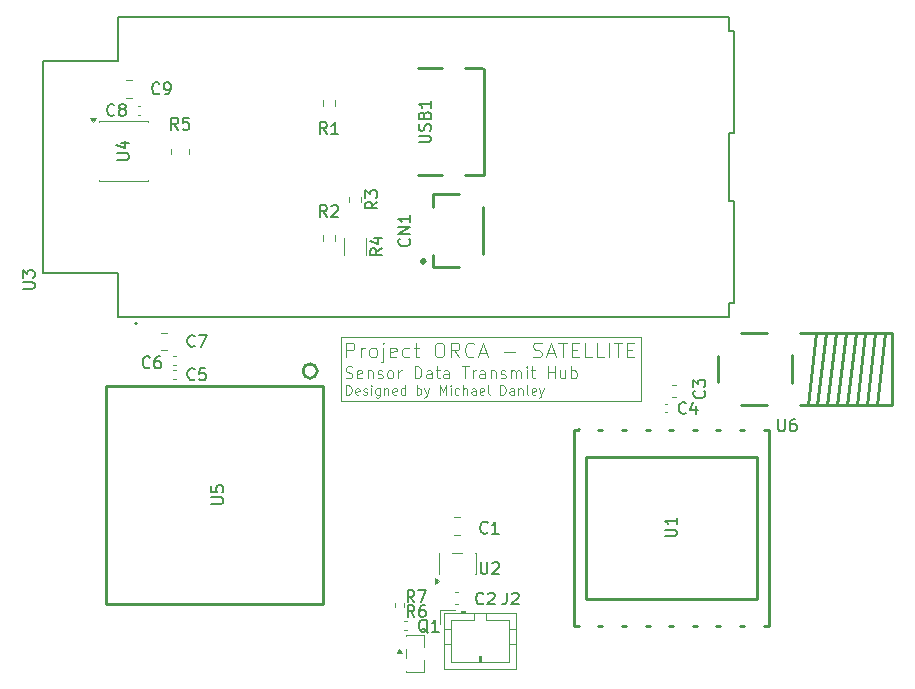
<source format=gbr>
%TF.GenerationSoftware,KiCad,Pcbnew,9.0.7*%
%TF.CreationDate,2026-02-14T09:58:14-05:00*%
%TF.ProjectId,satellite-board,73617465-6c6c-4697-9465-2d626f617264,rev?*%
%TF.SameCoordinates,Original*%
%TF.FileFunction,Legend,Top*%
%TF.FilePolarity,Positive*%
%FSLAX46Y46*%
G04 Gerber Fmt 4.6, Leading zero omitted, Abs format (unit mm)*
G04 Created by KiCad (PCBNEW 9.0.7) date 2026-02-14 09:58:14*
%MOMM*%
%LPD*%
G01*
G04 APERTURE LIST*
%ADD10C,0.100000*%
%ADD11C,0.125000*%
%ADD12C,0.150000*%
%ADD13C,0.120000*%
%ADD14C,0.254000*%
%ADD15C,0.127000*%
%ADD16C,0.200000*%
%ADD17C,0.300000*%
G04 APERTURE END LIST*
D10*
X176256265Y-75696895D02*
X176256265Y-74896895D01*
X176256265Y-74896895D02*
X176446741Y-74896895D01*
X176446741Y-74896895D02*
X176561027Y-74934990D01*
X176561027Y-74934990D02*
X176637217Y-75011180D01*
X176637217Y-75011180D02*
X176675312Y-75087371D01*
X176675312Y-75087371D02*
X176713408Y-75239752D01*
X176713408Y-75239752D02*
X176713408Y-75354038D01*
X176713408Y-75354038D02*
X176675312Y-75506419D01*
X176675312Y-75506419D02*
X176637217Y-75582609D01*
X176637217Y-75582609D02*
X176561027Y-75658800D01*
X176561027Y-75658800D02*
X176446741Y-75696895D01*
X176446741Y-75696895D02*
X176256265Y-75696895D01*
X177361027Y-75658800D02*
X177284836Y-75696895D01*
X177284836Y-75696895D02*
X177132455Y-75696895D01*
X177132455Y-75696895D02*
X177056265Y-75658800D01*
X177056265Y-75658800D02*
X177018169Y-75582609D01*
X177018169Y-75582609D02*
X177018169Y-75277847D01*
X177018169Y-75277847D02*
X177056265Y-75201657D01*
X177056265Y-75201657D02*
X177132455Y-75163561D01*
X177132455Y-75163561D02*
X177284836Y-75163561D01*
X177284836Y-75163561D02*
X177361027Y-75201657D01*
X177361027Y-75201657D02*
X177399122Y-75277847D01*
X177399122Y-75277847D02*
X177399122Y-75354038D01*
X177399122Y-75354038D02*
X177018169Y-75430228D01*
X177703883Y-75658800D02*
X177780074Y-75696895D01*
X177780074Y-75696895D02*
X177932455Y-75696895D01*
X177932455Y-75696895D02*
X178008645Y-75658800D01*
X178008645Y-75658800D02*
X178046741Y-75582609D01*
X178046741Y-75582609D02*
X178046741Y-75544514D01*
X178046741Y-75544514D02*
X178008645Y-75468323D01*
X178008645Y-75468323D02*
X177932455Y-75430228D01*
X177932455Y-75430228D02*
X177818169Y-75430228D01*
X177818169Y-75430228D02*
X177741979Y-75392133D01*
X177741979Y-75392133D02*
X177703883Y-75315942D01*
X177703883Y-75315942D02*
X177703883Y-75277847D01*
X177703883Y-75277847D02*
X177741979Y-75201657D01*
X177741979Y-75201657D02*
X177818169Y-75163561D01*
X177818169Y-75163561D02*
X177932455Y-75163561D01*
X177932455Y-75163561D02*
X178008645Y-75201657D01*
X178389598Y-75696895D02*
X178389598Y-75163561D01*
X178389598Y-74896895D02*
X178351502Y-74934990D01*
X178351502Y-74934990D02*
X178389598Y-74973085D01*
X178389598Y-74973085D02*
X178427693Y-74934990D01*
X178427693Y-74934990D02*
X178389598Y-74896895D01*
X178389598Y-74896895D02*
X178389598Y-74973085D01*
X179113407Y-75163561D02*
X179113407Y-75811180D01*
X179113407Y-75811180D02*
X179075312Y-75887371D01*
X179075312Y-75887371D02*
X179037216Y-75925466D01*
X179037216Y-75925466D02*
X178961026Y-75963561D01*
X178961026Y-75963561D02*
X178846740Y-75963561D01*
X178846740Y-75963561D02*
X178770550Y-75925466D01*
X179113407Y-75658800D02*
X179037216Y-75696895D01*
X179037216Y-75696895D02*
X178884835Y-75696895D01*
X178884835Y-75696895D02*
X178808645Y-75658800D01*
X178808645Y-75658800D02*
X178770550Y-75620704D01*
X178770550Y-75620704D02*
X178732454Y-75544514D01*
X178732454Y-75544514D02*
X178732454Y-75315942D01*
X178732454Y-75315942D02*
X178770550Y-75239752D01*
X178770550Y-75239752D02*
X178808645Y-75201657D01*
X178808645Y-75201657D02*
X178884835Y-75163561D01*
X178884835Y-75163561D02*
X179037216Y-75163561D01*
X179037216Y-75163561D02*
X179113407Y-75201657D01*
X179494360Y-75163561D02*
X179494360Y-75696895D01*
X179494360Y-75239752D02*
X179532455Y-75201657D01*
X179532455Y-75201657D02*
X179608645Y-75163561D01*
X179608645Y-75163561D02*
X179722931Y-75163561D01*
X179722931Y-75163561D02*
X179799122Y-75201657D01*
X179799122Y-75201657D02*
X179837217Y-75277847D01*
X179837217Y-75277847D02*
X179837217Y-75696895D01*
X180522932Y-75658800D02*
X180446741Y-75696895D01*
X180446741Y-75696895D02*
X180294360Y-75696895D01*
X180294360Y-75696895D02*
X180218170Y-75658800D01*
X180218170Y-75658800D02*
X180180074Y-75582609D01*
X180180074Y-75582609D02*
X180180074Y-75277847D01*
X180180074Y-75277847D02*
X180218170Y-75201657D01*
X180218170Y-75201657D02*
X180294360Y-75163561D01*
X180294360Y-75163561D02*
X180446741Y-75163561D01*
X180446741Y-75163561D02*
X180522932Y-75201657D01*
X180522932Y-75201657D02*
X180561027Y-75277847D01*
X180561027Y-75277847D02*
X180561027Y-75354038D01*
X180561027Y-75354038D02*
X180180074Y-75430228D01*
X181246741Y-75696895D02*
X181246741Y-74896895D01*
X181246741Y-75658800D02*
X181170550Y-75696895D01*
X181170550Y-75696895D02*
X181018169Y-75696895D01*
X181018169Y-75696895D02*
X180941979Y-75658800D01*
X180941979Y-75658800D02*
X180903884Y-75620704D01*
X180903884Y-75620704D02*
X180865788Y-75544514D01*
X180865788Y-75544514D02*
X180865788Y-75315942D01*
X180865788Y-75315942D02*
X180903884Y-75239752D01*
X180903884Y-75239752D02*
X180941979Y-75201657D01*
X180941979Y-75201657D02*
X181018169Y-75163561D01*
X181018169Y-75163561D02*
X181170550Y-75163561D01*
X181170550Y-75163561D02*
X181246741Y-75201657D01*
X182237218Y-75696895D02*
X182237218Y-74896895D01*
X182237218Y-75201657D02*
X182313408Y-75163561D01*
X182313408Y-75163561D02*
X182465789Y-75163561D01*
X182465789Y-75163561D02*
X182541980Y-75201657D01*
X182541980Y-75201657D02*
X182580075Y-75239752D01*
X182580075Y-75239752D02*
X182618170Y-75315942D01*
X182618170Y-75315942D02*
X182618170Y-75544514D01*
X182618170Y-75544514D02*
X182580075Y-75620704D01*
X182580075Y-75620704D02*
X182541980Y-75658800D01*
X182541980Y-75658800D02*
X182465789Y-75696895D01*
X182465789Y-75696895D02*
X182313408Y-75696895D01*
X182313408Y-75696895D02*
X182237218Y-75658800D01*
X182884837Y-75163561D02*
X183075313Y-75696895D01*
X183265790Y-75163561D02*
X183075313Y-75696895D01*
X183075313Y-75696895D02*
X182999123Y-75887371D01*
X182999123Y-75887371D02*
X182961028Y-75925466D01*
X182961028Y-75925466D02*
X182884837Y-75963561D01*
X184180076Y-75696895D02*
X184180076Y-74896895D01*
X184180076Y-74896895D02*
X184446742Y-75468323D01*
X184446742Y-75468323D02*
X184713409Y-74896895D01*
X184713409Y-74896895D02*
X184713409Y-75696895D01*
X185094362Y-75696895D02*
X185094362Y-75163561D01*
X185094362Y-74896895D02*
X185056266Y-74934990D01*
X185056266Y-74934990D02*
X185094362Y-74973085D01*
X185094362Y-74973085D02*
X185132457Y-74934990D01*
X185132457Y-74934990D02*
X185094362Y-74896895D01*
X185094362Y-74896895D02*
X185094362Y-74973085D01*
X185818171Y-75658800D02*
X185741980Y-75696895D01*
X185741980Y-75696895D02*
X185589599Y-75696895D01*
X185589599Y-75696895D02*
X185513409Y-75658800D01*
X185513409Y-75658800D02*
X185475314Y-75620704D01*
X185475314Y-75620704D02*
X185437218Y-75544514D01*
X185437218Y-75544514D02*
X185437218Y-75315942D01*
X185437218Y-75315942D02*
X185475314Y-75239752D01*
X185475314Y-75239752D02*
X185513409Y-75201657D01*
X185513409Y-75201657D02*
X185589599Y-75163561D01*
X185589599Y-75163561D02*
X185741980Y-75163561D01*
X185741980Y-75163561D02*
X185818171Y-75201657D01*
X186161028Y-75696895D02*
X186161028Y-74896895D01*
X186503885Y-75696895D02*
X186503885Y-75277847D01*
X186503885Y-75277847D02*
X186465790Y-75201657D01*
X186465790Y-75201657D02*
X186389599Y-75163561D01*
X186389599Y-75163561D02*
X186275313Y-75163561D01*
X186275313Y-75163561D02*
X186199123Y-75201657D01*
X186199123Y-75201657D02*
X186161028Y-75239752D01*
X187227695Y-75696895D02*
X187227695Y-75277847D01*
X187227695Y-75277847D02*
X187189600Y-75201657D01*
X187189600Y-75201657D02*
X187113409Y-75163561D01*
X187113409Y-75163561D02*
X186961028Y-75163561D01*
X186961028Y-75163561D02*
X186884838Y-75201657D01*
X187227695Y-75658800D02*
X187151504Y-75696895D01*
X187151504Y-75696895D02*
X186961028Y-75696895D01*
X186961028Y-75696895D02*
X186884838Y-75658800D01*
X186884838Y-75658800D02*
X186846742Y-75582609D01*
X186846742Y-75582609D02*
X186846742Y-75506419D01*
X186846742Y-75506419D02*
X186884838Y-75430228D01*
X186884838Y-75430228D02*
X186961028Y-75392133D01*
X186961028Y-75392133D02*
X187151504Y-75392133D01*
X187151504Y-75392133D02*
X187227695Y-75354038D01*
X187913410Y-75658800D02*
X187837219Y-75696895D01*
X187837219Y-75696895D02*
X187684838Y-75696895D01*
X187684838Y-75696895D02*
X187608648Y-75658800D01*
X187608648Y-75658800D02*
X187570552Y-75582609D01*
X187570552Y-75582609D02*
X187570552Y-75277847D01*
X187570552Y-75277847D02*
X187608648Y-75201657D01*
X187608648Y-75201657D02*
X187684838Y-75163561D01*
X187684838Y-75163561D02*
X187837219Y-75163561D01*
X187837219Y-75163561D02*
X187913410Y-75201657D01*
X187913410Y-75201657D02*
X187951505Y-75277847D01*
X187951505Y-75277847D02*
X187951505Y-75354038D01*
X187951505Y-75354038D02*
X187570552Y-75430228D01*
X188408647Y-75696895D02*
X188332457Y-75658800D01*
X188332457Y-75658800D02*
X188294362Y-75582609D01*
X188294362Y-75582609D02*
X188294362Y-74896895D01*
X189322934Y-75696895D02*
X189322934Y-74896895D01*
X189322934Y-74896895D02*
X189513410Y-74896895D01*
X189513410Y-74896895D02*
X189627696Y-74934990D01*
X189627696Y-74934990D02*
X189703886Y-75011180D01*
X189703886Y-75011180D02*
X189741981Y-75087371D01*
X189741981Y-75087371D02*
X189780077Y-75239752D01*
X189780077Y-75239752D02*
X189780077Y-75354038D01*
X189780077Y-75354038D02*
X189741981Y-75506419D01*
X189741981Y-75506419D02*
X189703886Y-75582609D01*
X189703886Y-75582609D02*
X189627696Y-75658800D01*
X189627696Y-75658800D02*
X189513410Y-75696895D01*
X189513410Y-75696895D02*
X189322934Y-75696895D01*
X190465791Y-75696895D02*
X190465791Y-75277847D01*
X190465791Y-75277847D02*
X190427696Y-75201657D01*
X190427696Y-75201657D02*
X190351505Y-75163561D01*
X190351505Y-75163561D02*
X190199124Y-75163561D01*
X190199124Y-75163561D02*
X190122934Y-75201657D01*
X190465791Y-75658800D02*
X190389600Y-75696895D01*
X190389600Y-75696895D02*
X190199124Y-75696895D01*
X190199124Y-75696895D02*
X190122934Y-75658800D01*
X190122934Y-75658800D02*
X190084838Y-75582609D01*
X190084838Y-75582609D02*
X190084838Y-75506419D01*
X190084838Y-75506419D02*
X190122934Y-75430228D01*
X190122934Y-75430228D02*
X190199124Y-75392133D01*
X190199124Y-75392133D02*
X190389600Y-75392133D01*
X190389600Y-75392133D02*
X190465791Y-75354038D01*
X190846744Y-75163561D02*
X190846744Y-75696895D01*
X190846744Y-75239752D02*
X190884839Y-75201657D01*
X190884839Y-75201657D02*
X190961029Y-75163561D01*
X190961029Y-75163561D02*
X191075315Y-75163561D01*
X191075315Y-75163561D02*
X191151506Y-75201657D01*
X191151506Y-75201657D02*
X191189601Y-75277847D01*
X191189601Y-75277847D02*
X191189601Y-75696895D01*
X191684839Y-75696895D02*
X191608649Y-75658800D01*
X191608649Y-75658800D02*
X191570554Y-75582609D01*
X191570554Y-75582609D02*
X191570554Y-74896895D01*
X192294364Y-75658800D02*
X192218173Y-75696895D01*
X192218173Y-75696895D02*
X192065792Y-75696895D01*
X192065792Y-75696895D02*
X191989602Y-75658800D01*
X191989602Y-75658800D02*
X191951506Y-75582609D01*
X191951506Y-75582609D02*
X191951506Y-75277847D01*
X191951506Y-75277847D02*
X191989602Y-75201657D01*
X191989602Y-75201657D02*
X192065792Y-75163561D01*
X192065792Y-75163561D02*
X192218173Y-75163561D01*
X192218173Y-75163561D02*
X192294364Y-75201657D01*
X192294364Y-75201657D02*
X192332459Y-75277847D01*
X192332459Y-75277847D02*
X192332459Y-75354038D01*
X192332459Y-75354038D02*
X191951506Y-75430228D01*
X192599125Y-75163561D02*
X192789601Y-75696895D01*
X192980078Y-75163561D02*
X192789601Y-75696895D01*
X192789601Y-75696895D02*
X192713411Y-75887371D01*
X192713411Y-75887371D02*
X192675316Y-75925466D01*
X192675316Y-75925466D02*
X192599125Y-75963561D01*
D11*
X176248318Y-72530977D02*
X176248318Y-71280977D01*
X176248318Y-71280977D02*
X176724508Y-71280977D01*
X176724508Y-71280977D02*
X176843556Y-71340501D01*
X176843556Y-71340501D02*
X176903079Y-71400025D01*
X176903079Y-71400025D02*
X176962603Y-71519073D01*
X176962603Y-71519073D02*
X176962603Y-71697644D01*
X176962603Y-71697644D02*
X176903079Y-71816692D01*
X176903079Y-71816692D02*
X176843556Y-71876215D01*
X176843556Y-71876215D02*
X176724508Y-71935739D01*
X176724508Y-71935739D02*
X176248318Y-71935739D01*
X177498318Y-72530977D02*
X177498318Y-71697644D01*
X177498318Y-71935739D02*
X177557841Y-71816692D01*
X177557841Y-71816692D02*
X177617365Y-71757168D01*
X177617365Y-71757168D02*
X177736413Y-71697644D01*
X177736413Y-71697644D02*
X177855460Y-71697644D01*
X178450699Y-72530977D02*
X178331651Y-72471454D01*
X178331651Y-72471454D02*
X178272128Y-72411930D01*
X178272128Y-72411930D02*
X178212604Y-72292882D01*
X178212604Y-72292882D02*
X178212604Y-71935739D01*
X178212604Y-71935739D02*
X178272128Y-71816692D01*
X178272128Y-71816692D02*
X178331651Y-71757168D01*
X178331651Y-71757168D02*
X178450699Y-71697644D01*
X178450699Y-71697644D02*
X178629270Y-71697644D01*
X178629270Y-71697644D02*
X178748318Y-71757168D01*
X178748318Y-71757168D02*
X178807842Y-71816692D01*
X178807842Y-71816692D02*
X178867366Y-71935739D01*
X178867366Y-71935739D02*
X178867366Y-72292882D01*
X178867366Y-72292882D02*
X178807842Y-72411930D01*
X178807842Y-72411930D02*
X178748318Y-72471454D01*
X178748318Y-72471454D02*
X178629270Y-72530977D01*
X178629270Y-72530977D02*
X178450699Y-72530977D01*
X179403080Y-71697644D02*
X179403080Y-72769073D01*
X179403080Y-72769073D02*
X179343556Y-72888120D01*
X179343556Y-72888120D02*
X179224508Y-72947644D01*
X179224508Y-72947644D02*
X179164984Y-72947644D01*
X179403080Y-71280977D02*
X179343556Y-71340501D01*
X179343556Y-71340501D02*
X179403080Y-71400025D01*
X179403080Y-71400025D02*
X179462603Y-71340501D01*
X179462603Y-71340501D02*
X179403080Y-71280977D01*
X179403080Y-71280977D02*
X179403080Y-71400025D01*
X180474508Y-72471454D02*
X180355460Y-72530977D01*
X180355460Y-72530977D02*
X180117365Y-72530977D01*
X180117365Y-72530977D02*
X179998318Y-72471454D01*
X179998318Y-72471454D02*
X179938794Y-72352406D01*
X179938794Y-72352406D02*
X179938794Y-71876215D01*
X179938794Y-71876215D02*
X179998318Y-71757168D01*
X179998318Y-71757168D02*
X180117365Y-71697644D01*
X180117365Y-71697644D02*
X180355460Y-71697644D01*
X180355460Y-71697644D02*
X180474508Y-71757168D01*
X180474508Y-71757168D02*
X180534032Y-71876215D01*
X180534032Y-71876215D02*
X180534032Y-71995263D01*
X180534032Y-71995263D02*
X179938794Y-72114311D01*
X181605461Y-72471454D02*
X181486413Y-72530977D01*
X181486413Y-72530977D02*
X181248318Y-72530977D01*
X181248318Y-72530977D02*
X181129270Y-72471454D01*
X181129270Y-72471454D02*
X181069747Y-72411930D01*
X181069747Y-72411930D02*
X181010223Y-72292882D01*
X181010223Y-72292882D02*
X181010223Y-71935739D01*
X181010223Y-71935739D02*
X181069747Y-71816692D01*
X181069747Y-71816692D02*
X181129270Y-71757168D01*
X181129270Y-71757168D02*
X181248318Y-71697644D01*
X181248318Y-71697644D02*
X181486413Y-71697644D01*
X181486413Y-71697644D02*
X181605461Y-71757168D01*
X181962604Y-71697644D02*
X182438795Y-71697644D01*
X182141176Y-71280977D02*
X182141176Y-72352406D01*
X182141176Y-72352406D02*
X182200699Y-72471454D01*
X182200699Y-72471454D02*
X182319747Y-72530977D01*
X182319747Y-72530977D02*
X182438795Y-72530977D01*
X184045938Y-71280977D02*
X184284033Y-71280977D01*
X184284033Y-71280977D02*
X184403081Y-71340501D01*
X184403081Y-71340501D02*
X184522128Y-71459549D01*
X184522128Y-71459549D02*
X184581652Y-71697644D01*
X184581652Y-71697644D02*
X184581652Y-72114311D01*
X184581652Y-72114311D02*
X184522128Y-72352406D01*
X184522128Y-72352406D02*
X184403081Y-72471454D01*
X184403081Y-72471454D02*
X184284033Y-72530977D01*
X184284033Y-72530977D02*
X184045938Y-72530977D01*
X184045938Y-72530977D02*
X183926890Y-72471454D01*
X183926890Y-72471454D02*
X183807843Y-72352406D01*
X183807843Y-72352406D02*
X183748319Y-72114311D01*
X183748319Y-72114311D02*
X183748319Y-71697644D01*
X183748319Y-71697644D02*
X183807843Y-71459549D01*
X183807843Y-71459549D02*
X183926890Y-71340501D01*
X183926890Y-71340501D02*
X184045938Y-71280977D01*
X185831652Y-72530977D02*
X185414986Y-71935739D01*
X185117367Y-72530977D02*
X185117367Y-71280977D01*
X185117367Y-71280977D02*
X185593557Y-71280977D01*
X185593557Y-71280977D02*
X185712605Y-71340501D01*
X185712605Y-71340501D02*
X185772128Y-71400025D01*
X185772128Y-71400025D02*
X185831652Y-71519073D01*
X185831652Y-71519073D02*
X185831652Y-71697644D01*
X185831652Y-71697644D02*
X185772128Y-71816692D01*
X185772128Y-71816692D02*
X185712605Y-71876215D01*
X185712605Y-71876215D02*
X185593557Y-71935739D01*
X185593557Y-71935739D02*
X185117367Y-71935739D01*
X187081652Y-72411930D02*
X187022128Y-72471454D01*
X187022128Y-72471454D02*
X186843557Y-72530977D01*
X186843557Y-72530977D02*
X186724509Y-72530977D01*
X186724509Y-72530977D02*
X186545938Y-72471454D01*
X186545938Y-72471454D02*
X186426890Y-72352406D01*
X186426890Y-72352406D02*
X186367367Y-72233358D01*
X186367367Y-72233358D02*
X186307843Y-71995263D01*
X186307843Y-71995263D02*
X186307843Y-71816692D01*
X186307843Y-71816692D02*
X186367367Y-71578596D01*
X186367367Y-71578596D02*
X186426890Y-71459549D01*
X186426890Y-71459549D02*
X186545938Y-71340501D01*
X186545938Y-71340501D02*
X186724509Y-71280977D01*
X186724509Y-71280977D02*
X186843557Y-71280977D01*
X186843557Y-71280977D02*
X187022128Y-71340501D01*
X187022128Y-71340501D02*
X187081652Y-71400025D01*
X187557843Y-72173834D02*
X188153081Y-72173834D01*
X187438795Y-72530977D02*
X187855462Y-71280977D01*
X187855462Y-71280977D02*
X188272128Y-72530977D01*
X189641177Y-72054787D02*
X190593558Y-72054787D01*
X192081653Y-72471454D02*
X192260224Y-72530977D01*
X192260224Y-72530977D02*
X192557843Y-72530977D01*
X192557843Y-72530977D02*
X192676891Y-72471454D01*
X192676891Y-72471454D02*
X192736415Y-72411930D01*
X192736415Y-72411930D02*
X192795938Y-72292882D01*
X192795938Y-72292882D02*
X192795938Y-72173834D01*
X192795938Y-72173834D02*
X192736415Y-72054787D01*
X192736415Y-72054787D02*
X192676891Y-71995263D01*
X192676891Y-71995263D02*
X192557843Y-71935739D01*
X192557843Y-71935739D02*
X192319748Y-71876215D01*
X192319748Y-71876215D02*
X192200700Y-71816692D01*
X192200700Y-71816692D02*
X192141177Y-71757168D01*
X192141177Y-71757168D02*
X192081653Y-71638120D01*
X192081653Y-71638120D02*
X192081653Y-71519073D01*
X192081653Y-71519073D02*
X192141177Y-71400025D01*
X192141177Y-71400025D02*
X192200700Y-71340501D01*
X192200700Y-71340501D02*
X192319748Y-71280977D01*
X192319748Y-71280977D02*
X192617367Y-71280977D01*
X192617367Y-71280977D02*
X192795938Y-71340501D01*
X193272129Y-72173834D02*
X193867367Y-72173834D01*
X193153081Y-72530977D02*
X193569748Y-71280977D01*
X193569748Y-71280977D02*
X193986414Y-72530977D01*
X194224510Y-71280977D02*
X194938796Y-71280977D01*
X194581653Y-72530977D02*
X194581653Y-71280977D01*
X195355463Y-71876215D02*
X195772129Y-71876215D01*
X195950701Y-72530977D02*
X195355463Y-72530977D01*
X195355463Y-72530977D02*
X195355463Y-71280977D01*
X195355463Y-71280977D02*
X195950701Y-71280977D01*
X197081653Y-72530977D02*
X196486415Y-72530977D01*
X196486415Y-72530977D02*
X196486415Y-71280977D01*
X198093558Y-72530977D02*
X197498320Y-72530977D01*
X197498320Y-72530977D02*
X197498320Y-71280977D01*
X198510225Y-72530977D02*
X198510225Y-71280977D01*
X198926891Y-71280977D02*
X199641177Y-71280977D01*
X199284034Y-72530977D02*
X199284034Y-71280977D01*
X200057844Y-71876215D02*
X200474510Y-71876215D01*
X200653082Y-72530977D02*
X200057844Y-72530977D01*
X200057844Y-72530977D02*
X200057844Y-71280977D01*
X200057844Y-71280977D02*
X200653082Y-71280977D01*
D10*
X176206669Y-74257213D02*
X176349526Y-74304832D01*
X176349526Y-74304832D02*
X176587621Y-74304832D01*
X176587621Y-74304832D02*
X176682859Y-74257213D01*
X176682859Y-74257213D02*
X176730478Y-74209593D01*
X176730478Y-74209593D02*
X176778097Y-74114355D01*
X176778097Y-74114355D02*
X176778097Y-74019117D01*
X176778097Y-74019117D02*
X176730478Y-73923879D01*
X176730478Y-73923879D02*
X176682859Y-73876260D01*
X176682859Y-73876260D02*
X176587621Y-73828641D01*
X176587621Y-73828641D02*
X176397145Y-73781022D01*
X176397145Y-73781022D02*
X176301907Y-73733403D01*
X176301907Y-73733403D02*
X176254288Y-73685784D01*
X176254288Y-73685784D02*
X176206669Y-73590546D01*
X176206669Y-73590546D02*
X176206669Y-73495308D01*
X176206669Y-73495308D02*
X176254288Y-73400070D01*
X176254288Y-73400070D02*
X176301907Y-73352451D01*
X176301907Y-73352451D02*
X176397145Y-73304832D01*
X176397145Y-73304832D02*
X176635240Y-73304832D01*
X176635240Y-73304832D02*
X176778097Y-73352451D01*
X177587621Y-74257213D02*
X177492383Y-74304832D01*
X177492383Y-74304832D02*
X177301907Y-74304832D01*
X177301907Y-74304832D02*
X177206669Y-74257213D01*
X177206669Y-74257213D02*
X177159050Y-74161974D01*
X177159050Y-74161974D02*
X177159050Y-73781022D01*
X177159050Y-73781022D02*
X177206669Y-73685784D01*
X177206669Y-73685784D02*
X177301907Y-73638165D01*
X177301907Y-73638165D02*
X177492383Y-73638165D01*
X177492383Y-73638165D02*
X177587621Y-73685784D01*
X177587621Y-73685784D02*
X177635240Y-73781022D01*
X177635240Y-73781022D02*
X177635240Y-73876260D01*
X177635240Y-73876260D02*
X177159050Y-73971498D01*
X178063812Y-73638165D02*
X178063812Y-74304832D01*
X178063812Y-73733403D02*
X178111431Y-73685784D01*
X178111431Y-73685784D02*
X178206669Y-73638165D01*
X178206669Y-73638165D02*
X178349526Y-73638165D01*
X178349526Y-73638165D02*
X178444764Y-73685784D01*
X178444764Y-73685784D02*
X178492383Y-73781022D01*
X178492383Y-73781022D02*
X178492383Y-74304832D01*
X178920955Y-74257213D02*
X179016193Y-74304832D01*
X179016193Y-74304832D02*
X179206669Y-74304832D01*
X179206669Y-74304832D02*
X179301907Y-74257213D01*
X179301907Y-74257213D02*
X179349526Y-74161974D01*
X179349526Y-74161974D02*
X179349526Y-74114355D01*
X179349526Y-74114355D02*
X179301907Y-74019117D01*
X179301907Y-74019117D02*
X179206669Y-73971498D01*
X179206669Y-73971498D02*
X179063812Y-73971498D01*
X179063812Y-73971498D02*
X178968574Y-73923879D01*
X178968574Y-73923879D02*
X178920955Y-73828641D01*
X178920955Y-73828641D02*
X178920955Y-73781022D01*
X178920955Y-73781022D02*
X178968574Y-73685784D01*
X178968574Y-73685784D02*
X179063812Y-73638165D01*
X179063812Y-73638165D02*
X179206669Y-73638165D01*
X179206669Y-73638165D02*
X179301907Y-73685784D01*
X179920955Y-74304832D02*
X179825717Y-74257213D01*
X179825717Y-74257213D02*
X179778098Y-74209593D01*
X179778098Y-74209593D02*
X179730479Y-74114355D01*
X179730479Y-74114355D02*
X179730479Y-73828641D01*
X179730479Y-73828641D02*
X179778098Y-73733403D01*
X179778098Y-73733403D02*
X179825717Y-73685784D01*
X179825717Y-73685784D02*
X179920955Y-73638165D01*
X179920955Y-73638165D02*
X180063812Y-73638165D01*
X180063812Y-73638165D02*
X180159050Y-73685784D01*
X180159050Y-73685784D02*
X180206669Y-73733403D01*
X180206669Y-73733403D02*
X180254288Y-73828641D01*
X180254288Y-73828641D02*
X180254288Y-74114355D01*
X180254288Y-74114355D02*
X180206669Y-74209593D01*
X180206669Y-74209593D02*
X180159050Y-74257213D01*
X180159050Y-74257213D02*
X180063812Y-74304832D01*
X180063812Y-74304832D02*
X179920955Y-74304832D01*
X180682860Y-74304832D02*
X180682860Y-73638165D01*
X180682860Y-73828641D02*
X180730479Y-73733403D01*
X180730479Y-73733403D02*
X180778098Y-73685784D01*
X180778098Y-73685784D02*
X180873336Y-73638165D01*
X180873336Y-73638165D02*
X180968574Y-73638165D01*
X182063813Y-74304832D02*
X182063813Y-73304832D01*
X182063813Y-73304832D02*
X182301908Y-73304832D01*
X182301908Y-73304832D02*
X182444765Y-73352451D01*
X182444765Y-73352451D02*
X182540003Y-73447689D01*
X182540003Y-73447689D02*
X182587622Y-73542927D01*
X182587622Y-73542927D02*
X182635241Y-73733403D01*
X182635241Y-73733403D02*
X182635241Y-73876260D01*
X182635241Y-73876260D02*
X182587622Y-74066736D01*
X182587622Y-74066736D02*
X182540003Y-74161974D01*
X182540003Y-74161974D02*
X182444765Y-74257213D01*
X182444765Y-74257213D02*
X182301908Y-74304832D01*
X182301908Y-74304832D02*
X182063813Y-74304832D01*
X183492384Y-74304832D02*
X183492384Y-73781022D01*
X183492384Y-73781022D02*
X183444765Y-73685784D01*
X183444765Y-73685784D02*
X183349527Y-73638165D01*
X183349527Y-73638165D02*
X183159051Y-73638165D01*
X183159051Y-73638165D02*
X183063813Y-73685784D01*
X183492384Y-74257213D02*
X183397146Y-74304832D01*
X183397146Y-74304832D02*
X183159051Y-74304832D01*
X183159051Y-74304832D02*
X183063813Y-74257213D01*
X183063813Y-74257213D02*
X183016194Y-74161974D01*
X183016194Y-74161974D02*
X183016194Y-74066736D01*
X183016194Y-74066736D02*
X183063813Y-73971498D01*
X183063813Y-73971498D02*
X183159051Y-73923879D01*
X183159051Y-73923879D02*
X183397146Y-73923879D01*
X183397146Y-73923879D02*
X183492384Y-73876260D01*
X183825718Y-73638165D02*
X184206670Y-73638165D01*
X183968575Y-73304832D02*
X183968575Y-74161974D01*
X183968575Y-74161974D02*
X184016194Y-74257213D01*
X184016194Y-74257213D02*
X184111432Y-74304832D01*
X184111432Y-74304832D02*
X184206670Y-74304832D01*
X184968575Y-74304832D02*
X184968575Y-73781022D01*
X184968575Y-73781022D02*
X184920956Y-73685784D01*
X184920956Y-73685784D02*
X184825718Y-73638165D01*
X184825718Y-73638165D02*
X184635242Y-73638165D01*
X184635242Y-73638165D02*
X184540004Y-73685784D01*
X184968575Y-74257213D02*
X184873337Y-74304832D01*
X184873337Y-74304832D02*
X184635242Y-74304832D01*
X184635242Y-74304832D02*
X184540004Y-74257213D01*
X184540004Y-74257213D02*
X184492385Y-74161974D01*
X184492385Y-74161974D02*
X184492385Y-74066736D01*
X184492385Y-74066736D02*
X184540004Y-73971498D01*
X184540004Y-73971498D02*
X184635242Y-73923879D01*
X184635242Y-73923879D02*
X184873337Y-73923879D01*
X184873337Y-73923879D02*
X184968575Y-73876260D01*
X186063814Y-73304832D02*
X186635242Y-73304832D01*
X186349528Y-74304832D02*
X186349528Y-73304832D01*
X186968576Y-74304832D02*
X186968576Y-73638165D01*
X186968576Y-73828641D02*
X187016195Y-73733403D01*
X187016195Y-73733403D02*
X187063814Y-73685784D01*
X187063814Y-73685784D02*
X187159052Y-73638165D01*
X187159052Y-73638165D02*
X187254290Y-73638165D01*
X188016195Y-74304832D02*
X188016195Y-73781022D01*
X188016195Y-73781022D02*
X187968576Y-73685784D01*
X187968576Y-73685784D02*
X187873338Y-73638165D01*
X187873338Y-73638165D02*
X187682862Y-73638165D01*
X187682862Y-73638165D02*
X187587624Y-73685784D01*
X188016195Y-74257213D02*
X187920957Y-74304832D01*
X187920957Y-74304832D02*
X187682862Y-74304832D01*
X187682862Y-74304832D02*
X187587624Y-74257213D01*
X187587624Y-74257213D02*
X187540005Y-74161974D01*
X187540005Y-74161974D02*
X187540005Y-74066736D01*
X187540005Y-74066736D02*
X187587624Y-73971498D01*
X187587624Y-73971498D02*
X187682862Y-73923879D01*
X187682862Y-73923879D02*
X187920957Y-73923879D01*
X187920957Y-73923879D02*
X188016195Y-73876260D01*
X188492386Y-73638165D02*
X188492386Y-74304832D01*
X188492386Y-73733403D02*
X188540005Y-73685784D01*
X188540005Y-73685784D02*
X188635243Y-73638165D01*
X188635243Y-73638165D02*
X188778100Y-73638165D01*
X188778100Y-73638165D02*
X188873338Y-73685784D01*
X188873338Y-73685784D02*
X188920957Y-73781022D01*
X188920957Y-73781022D02*
X188920957Y-74304832D01*
X189349529Y-74257213D02*
X189444767Y-74304832D01*
X189444767Y-74304832D02*
X189635243Y-74304832D01*
X189635243Y-74304832D02*
X189730481Y-74257213D01*
X189730481Y-74257213D02*
X189778100Y-74161974D01*
X189778100Y-74161974D02*
X189778100Y-74114355D01*
X189778100Y-74114355D02*
X189730481Y-74019117D01*
X189730481Y-74019117D02*
X189635243Y-73971498D01*
X189635243Y-73971498D02*
X189492386Y-73971498D01*
X189492386Y-73971498D02*
X189397148Y-73923879D01*
X189397148Y-73923879D02*
X189349529Y-73828641D01*
X189349529Y-73828641D02*
X189349529Y-73781022D01*
X189349529Y-73781022D02*
X189397148Y-73685784D01*
X189397148Y-73685784D02*
X189492386Y-73638165D01*
X189492386Y-73638165D02*
X189635243Y-73638165D01*
X189635243Y-73638165D02*
X189730481Y-73685784D01*
X190206672Y-74304832D02*
X190206672Y-73638165D01*
X190206672Y-73733403D02*
X190254291Y-73685784D01*
X190254291Y-73685784D02*
X190349529Y-73638165D01*
X190349529Y-73638165D02*
X190492386Y-73638165D01*
X190492386Y-73638165D02*
X190587624Y-73685784D01*
X190587624Y-73685784D02*
X190635243Y-73781022D01*
X190635243Y-73781022D02*
X190635243Y-74304832D01*
X190635243Y-73781022D02*
X190682862Y-73685784D01*
X190682862Y-73685784D02*
X190778100Y-73638165D01*
X190778100Y-73638165D02*
X190920957Y-73638165D01*
X190920957Y-73638165D02*
X191016196Y-73685784D01*
X191016196Y-73685784D02*
X191063815Y-73781022D01*
X191063815Y-73781022D02*
X191063815Y-74304832D01*
X191540005Y-74304832D02*
X191540005Y-73638165D01*
X191540005Y-73304832D02*
X191492386Y-73352451D01*
X191492386Y-73352451D02*
X191540005Y-73400070D01*
X191540005Y-73400070D02*
X191587624Y-73352451D01*
X191587624Y-73352451D02*
X191540005Y-73304832D01*
X191540005Y-73304832D02*
X191540005Y-73400070D01*
X191873338Y-73638165D02*
X192254290Y-73638165D01*
X192016195Y-73304832D02*
X192016195Y-74161974D01*
X192016195Y-74161974D02*
X192063814Y-74257213D01*
X192063814Y-74257213D02*
X192159052Y-74304832D01*
X192159052Y-74304832D02*
X192254290Y-74304832D01*
X193349529Y-74304832D02*
X193349529Y-73304832D01*
X193349529Y-73781022D02*
X193920957Y-73781022D01*
X193920957Y-74304832D02*
X193920957Y-73304832D01*
X194825719Y-73638165D02*
X194825719Y-74304832D01*
X194397148Y-73638165D02*
X194397148Y-74161974D01*
X194397148Y-74161974D02*
X194444767Y-74257213D01*
X194444767Y-74257213D02*
X194540005Y-74304832D01*
X194540005Y-74304832D02*
X194682862Y-74304832D01*
X194682862Y-74304832D02*
X194778100Y-74257213D01*
X194778100Y-74257213D02*
X194825719Y-74209593D01*
X195301910Y-74304832D02*
X195301910Y-73304832D01*
X195301910Y-73685784D02*
X195397148Y-73638165D01*
X195397148Y-73638165D02*
X195587624Y-73638165D01*
X195587624Y-73638165D02*
X195682862Y-73685784D01*
X195682862Y-73685784D02*
X195730481Y-73733403D01*
X195730481Y-73733403D02*
X195778100Y-73828641D01*
X195778100Y-73828641D02*
X195778100Y-74114355D01*
X195778100Y-74114355D02*
X195730481Y-74209593D01*
X195730481Y-74209593D02*
X195682862Y-74257213D01*
X195682862Y-74257213D02*
X195587624Y-74304832D01*
X195587624Y-74304832D02*
X195397148Y-74304832D01*
X195397148Y-74304832D02*
X195301910Y-74257213D01*
X175800000Y-70800000D02*
X201200000Y-70800000D01*
X201200000Y-76200000D01*
X175800000Y-76200000D01*
X175800000Y-70800000D01*
D12*
X179284819Y-63304166D02*
X178808628Y-63637499D01*
X179284819Y-63875594D02*
X178284819Y-63875594D01*
X178284819Y-63875594D02*
X178284819Y-63494642D01*
X178284819Y-63494642D02*
X178332438Y-63399404D01*
X178332438Y-63399404D02*
X178380057Y-63351785D01*
X178380057Y-63351785D02*
X178475295Y-63304166D01*
X178475295Y-63304166D02*
X178618152Y-63304166D01*
X178618152Y-63304166D02*
X178713390Y-63351785D01*
X178713390Y-63351785D02*
X178761009Y-63399404D01*
X178761009Y-63399404D02*
X178808628Y-63494642D01*
X178808628Y-63494642D02*
X178808628Y-63875594D01*
X178618152Y-62447023D02*
X179284819Y-62447023D01*
X178237200Y-62685118D02*
X178951485Y-62923213D01*
X178951485Y-62923213D02*
X178951485Y-62304166D01*
X187638095Y-89854819D02*
X187638095Y-90664342D01*
X187638095Y-90664342D02*
X187685714Y-90759580D01*
X187685714Y-90759580D02*
X187733333Y-90807200D01*
X187733333Y-90807200D02*
X187828571Y-90854819D01*
X187828571Y-90854819D02*
X188019047Y-90854819D01*
X188019047Y-90854819D02*
X188114285Y-90807200D01*
X188114285Y-90807200D02*
X188161904Y-90759580D01*
X188161904Y-90759580D02*
X188209523Y-90664342D01*
X188209523Y-90664342D02*
X188209523Y-89854819D01*
X188638095Y-89950057D02*
X188685714Y-89902438D01*
X188685714Y-89902438D02*
X188780952Y-89854819D01*
X188780952Y-89854819D02*
X189019047Y-89854819D01*
X189019047Y-89854819D02*
X189114285Y-89902438D01*
X189114285Y-89902438D02*
X189161904Y-89950057D01*
X189161904Y-89950057D02*
X189209523Y-90045295D01*
X189209523Y-90045295D02*
X189209523Y-90140533D01*
X189209523Y-90140533D02*
X189161904Y-90283390D01*
X189161904Y-90283390D02*
X188590476Y-90854819D01*
X188590476Y-90854819D02*
X189209523Y-90854819D01*
X164854819Y-84949404D02*
X165664342Y-84949404D01*
X165664342Y-84949404D02*
X165759580Y-84901785D01*
X165759580Y-84901785D02*
X165807200Y-84854166D01*
X165807200Y-84854166D02*
X165854819Y-84758928D01*
X165854819Y-84758928D02*
X165854819Y-84568452D01*
X165854819Y-84568452D02*
X165807200Y-84473214D01*
X165807200Y-84473214D02*
X165759580Y-84425595D01*
X165759580Y-84425595D02*
X165664342Y-84377976D01*
X165664342Y-84377976D02*
X164854819Y-84377976D01*
X164854819Y-83425595D02*
X164854819Y-83901785D01*
X164854819Y-83901785D02*
X165331009Y-83949404D01*
X165331009Y-83949404D02*
X165283390Y-83901785D01*
X165283390Y-83901785D02*
X165235771Y-83806547D01*
X165235771Y-83806547D02*
X165235771Y-83568452D01*
X165235771Y-83568452D02*
X165283390Y-83473214D01*
X165283390Y-83473214D02*
X165331009Y-83425595D01*
X165331009Y-83425595D02*
X165426247Y-83377976D01*
X165426247Y-83377976D02*
X165664342Y-83377976D01*
X165664342Y-83377976D02*
X165759580Y-83425595D01*
X165759580Y-83425595D02*
X165807200Y-83473214D01*
X165807200Y-83473214D02*
X165854819Y-83568452D01*
X165854819Y-83568452D02*
X165854819Y-83806547D01*
X165854819Y-83806547D02*
X165807200Y-83901785D01*
X165807200Y-83901785D02*
X165759580Y-83949404D01*
X156633333Y-51984580D02*
X156585714Y-52032200D01*
X156585714Y-52032200D02*
X156442857Y-52079819D01*
X156442857Y-52079819D02*
X156347619Y-52079819D01*
X156347619Y-52079819D02*
X156204762Y-52032200D01*
X156204762Y-52032200D02*
X156109524Y-51936961D01*
X156109524Y-51936961D02*
X156061905Y-51841723D01*
X156061905Y-51841723D02*
X156014286Y-51651247D01*
X156014286Y-51651247D02*
X156014286Y-51508390D01*
X156014286Y-51508390D02*
X156061905Y-51317914D01*
X156061905Y-51317914D02*
X156109524Y-51222676D01*
X156109524Y-51222676D02*
X156204762Y-51127438D01*
X156204762Y-51127438D02*
X156347619Y-51079819D01*
X156347619Y-51079819D02*
X156442857Y-51079819D01*
X156442857Y-51079819D02*
X156585714Y-51127438D01*
X156585714Y-51127438D02*
X156633333Y-51175057D01*
X157204762Y-51508390D02*
X157109524Y-51460771D01*
X157109524Y-51460771D02*
X157061905Y-51413152D01*
X157061905Y-51413152D02*
X157014286Y-51317914D01*
X157014286Y-51317914D02*
X157014286Y-51270295D01*
X157014286Y-51270295D02*
X157061905Y-51175057D01*
X157061905Y-51175057D02*
X157109524Y-51127438D01*
X157109524Y-51127438D02*
X157204762Y-51079819D01*
X157204762Y-51079819D02*
X157395238Y-51079819D01*
X157395238Y-51079819D02*
X157490476Y-51127438D01*
X157490476Y-51127438D02*
X157538095Y-51175057D01*
X157538095Y-51175057D02*
X157585714Y-51270295D01*
X157585714Y-51270295D02*
X157585714Y-51317914D01*
X157585714Y-51317914D02*
X157538095Y-51413152D01*
X157538095Y-51413152D02*
X157490476Y-51460771D01*
X157490476Y-51460771D02*
X157395238Y-51508390D01*
X157395238Y-51508390D02*
X157204762Y-51508390D01*
X157204762Y-51508390D02*
X157109524Y-51556009D01*
X157109524Y-51556009D02*
X157061905Y-51603628D01*
X157061905Y-51603628D02*
X157014286Y-51698866D01*
X157014286Y-51698866D02*
X157014286Y-51889342D01*
X157014286Y-51889342D02*
X157061905Y-51984580D01*
X157061905Y-51984580D02*
X157109524Y-52032200D01*
X157109524Y-52032200D02*
X157204762Y-52079819D01*
X157204762Y-52079819D02*
X157395238Y-52079819D01*
X157395238Y-52079819D02*
X157490476Y-52032200D01*
X157490476Y-52032200D02*
X157538095Y-51984580D01*
X157538095Y-51984580D02*
X157585714Y-51889342D01*
X157585714Y-51889342D02*
X157585714Y-51698866D01*
X157585714Y-51698866D02*
X157538095Y-51603628D01*
X157538095Y-51603628D02*
X157490476Y-51556009D01*
X157490476Y-51556009D02*
X157395238Y-51508390D01*
X148869819Y-66736904D02*
X149679342Y-66736904D01*
X149679342Y-66736904D02*
X149774580Y-66689285D01*
X149774580Y-66689285D02*
X149822200Y-66641666D01*
X149822200Y-66641666D02*
X149869819Y-66546428D01*
X149869819Y-66546428D02*
X149869819Y-66355952D01*
X149869819Y-66355952D02*
X149822200Y-66260714D01*
X149822200Y-66260714D02*
X149774580Y-66213095D01*
X149774580Y-66213095D02*
X149679342Y-66165476D01*
X149679342Y-66165476D02*
X148869819Y-66165476D01*
X148869819Y-65784523D02*
X148869819Y-65165476D01*
X148869819Y-65165476D02*
X149250771Y-65498809D01*
X149250771Y-65498809D02*
X149250771Y-65355952D01*
X149250771Y-65355952D02*
X149298390Y-65260714D01*
X149298390Y-65260714D02*
X149346009Y-65213095D01*
X149346009Y-65213095D02*
X149441247Y-65165476D01*
X149441247Y-65165476D02*
X149679342Y-65165476D01*
X149679342Y-65165476D02*
X149774580Y-65213095D01*
X149774580Y-65213095D02*
X149822200Y-65260714D01*
X149822200Y-65260714D02*
X149869819Y-65355952D01*
X149869819Y-65355952D02*
X149869819Y-65641666D01*
X149869819Y-65641666D02*
X149822200Y-65736904D01*
X149822200Y-65736904D02*
X149774580Y-65784523D01*
X163433333Y-74359580D02*
X163385714Y-74407200D01*
X163385714Y-74407200D02*
X163242857Y-74454819D01*
X163242857Y-74454819D02*
X163147619Y-74454819D01*
X163147619Y-74454819D02*
X163004762Y-74407200D01*
X163004762Y-74407200D02*
X162909524Y-74311961D01*
X162909524Y-74311961D02*
X162861905Y-74216723D01*
X162861905Y-74216723D02*
X162814286Y-74026247D01*
X162814286Y-74026247D02*
X162814286Y-73883390D01*
X162814286Y-73883390D02*
X162861905Y-73692914D01*
X162861905Y-73692914D02*
X162909524Y-73597676D01*
X162909524Y-73597676D02*
X163004762Y-73502438D01*
X163004762Y-73502438D02*
X163147619Y-73454819D01*
X163147619Y-73454819D02*
X163242857Y-73454819D01*
X163242857Y-73454819D02*
X163385714Y-73502438D01*
X163385714Y-73502438D02*
X163433333Y-73550057D01*
X164338095Y-73454819D02*
X163861905Y-73454819D01*
X163861905Y-73454819D02*
X163814286Y-73931009D01*
X163814286Y-73931009D02*
X163861905Y-73883390D01*
X163861905Y-73883390D02*
X163957143Y-73835771D01*
X163957143Y-73835771D02*
X164195238Y-73835771D01*
X164195238Y-73835771D02*
X164290476Y-73883390D01*
X164290476Y-73883390D02*
X164338095Y-73931009D01*
X164338095Y-73931009D02*
X164385714Y-74026247D01*
X164385714Y-74026247D02*
X164385714Y-74264342D01*
X164385714Y-74264342D02*
X164338095Y-74359580D01*
X164338095Y-74359580D02*
X164290476Y-74407200D01*
X164290476Y-74407200D02*
X164195238Y-74454819D01*
X164195238Y-74454819D02*
X163957143Y-74454819D01*
X163957143Y-74454819D02*
X163861905Y-74407200D01*
X163861905Y-74407200D02*
X163814286Y-74359580D01*
X160433333Y-50159580D02*
X160385714Y-50207200D01*
X160385714Y-50207200D02*
X160242857Y-50254819D01*
X160242857Y-50254819D02*
X160147619Y-50254819D01*
X160147619Y-50254819D02*
X160004762Y-50207200D01*
X160004762Y-50207200D02*
X159909524Y-50111961D01*
X159909524Y-50111961D02*
X159861905Y-50016723D01*
X159861905Y-50016723D02*
X159814286Y-49826247D01*
X159814286Y-49826247D02*
X159814286Y-49683390D01*
X159814286Y-49683390D02*
X159861905Y-49492914D01*
X159861905Y-49492914D02*
X159909524Y-49397676D01*
X159909524Y-49397676D02*
X160004762Y-49302438D01*
X160004762Y-49302438D02*
X160147619Y-49254819D01*
X160147619Y-49254819D02*
X160242857Y-49254819D01*
X160242857Y-49254819D02*
X160385714Y-49302438D01*
X160385714Y-49302438D02*
X160433333Y-49350057D01*
X160909524Y-50254819D02*
X161100000Y-50254819D01*
X161100000Y-50254819D02*
X161195238Y-50207200D01*
X161195238Y-50207200D02*
X161242857Y-50159580D01*
X161242857Y-50159580D02*
X161338095Y-50016723D01*
X161338095Y-50016723D02*
X161385714Y-49826247D01*
X161385714Y-49826247D02*
X161385714Y-49445295D01*
X161385714Y-49445295D02*
X161338095Y-49350057D01*
X161338095Y-49350057D02*
X161290476Y-49302438D01*
X161290476Y-49302438D02*
X161195238Y-49254819D01*
X161195238Y-49254819D02*
X161004762Y-49254819D01*
X161004762Y-49254819D02*
X160909524Y-49302438D01*
X160909524Y-49302438D02*
X160861905Y-49350057D01*
X160861905Y-49350057D02*
X160814286Y-49445295D01*
X160814286Y-49445295D02*
X160814286Y-49683390D01*
X160814286Y-49683390D02*
X160861905Y-49778628D01*
X160861905Y-49778628D02*
X160909524Y-49826247D01*
X160909524Y-49826247D02*
X161004762Y-49873866D01*
X161004762Y-49873866D02*
X161195238Y-49873866D01*
X161195238Y-49873866D02*
X161290476Y-49826247D01*
X161290476Y-49826247D02*
X161338095Y-49778628D01*
X161338095Y-49778628D02*
X161385714Y-49683390D01*
X212815811Y-77774819D02*
X212815811Y-78584342D01*
X212815811Y-78584342D02*
X212863430Y-78679580D01*
X212863430Y-78679580D02*
X212911049Y-78727200D01*
X212911049Y-78727200D02*
X213006287Y-78774819D01*
X213006287Y-78774819D02*
X213196763Y-78774819D01*
X213196763Y-78774819D02*
X213292001Y-78727200D01*
X213292001Y-78727200D02*
X213339620Y-78679580D01*
X213339620Y-78679580D02*
X213387239Y-78584342D01*
X213387239Y-78584342D02*
X213387239Y-77774819D01*
X214292001Y-77774819D02*
X214101525Y-77774819D01*
X214101525Y-77774819D02*
X214006287Y-77822438D01*
X214006287Y-77822438D02*
X213958668Y-77870057D01*
X213958668Y-77870057D02*
X213863430Y-78012914D01*
X213863430Y-78012914D02*
X213815811Y-78203390D01*
X213815811Y-78203390D02*
X213815811Y-78584342D01*
X213815811Y-78584342D02*
X213863430Y-78679580D01*
X213863430Y-78679580D02*
X213911049Y-78727200D01*
X213911049Y-78727200D02*
X214006287Y-78774819D01*
X214006287Y-78774819D02*
X214196763Y-78774819D01*
X214196763Y-78774819D02*
X214292001Y-78727200D01*
X214292001Y-78727200D02*
X214339620Y-78679580D01*
X214339620Y-78679580D02*
X214387239Y-78584342D01*
X214387239Y-78584342D02*
X214387239Y-78346247D01*
X214387239Y-78346247D02*
X214339620Y-78251009D01*
X214339620Y-78251009D02*
X214292001Y-78203390D01*
X214292001Y-78203390D02*
X214196763Y-78155771D01*
X214196763Y-78155771D02*
X214006287Y-78155771D01*
X214006287Y-78155771D02*
X213911049Y-78203390D01*
X213911049Y-78203390D02*
X213863430Y-78251009D01*
X213863430Y-78251009D02*
X213815811Y-78346247D01*
X189866666Y-92454819D02*
X189866666Y-93169104D01*
X189866666Y-93169104D02*
X189819047Y-93311961D01*
X189819047Y-93311961D02*
X189723809Y-93407200D01*
X189723809Y-93407200D02*
X189580952Y-93454819D01*
X189580952Y-93454819D02*
X189485714Y-93454819D01*
X190295238Y-92550057D02*
X190342857Y-92502438D01*
X190342857Y-92502438D02*
X190438095Y-92454819D01*
X190438095Y-92454819D02*
X190676190Y-92454819D01*
X190676190Y-92454819D02*
X190771428Y-92502438D01*
X190771428Y-92502438D02*
X190819047Y-92550057D01*
X190819047Y-92550057D02*
X190866666Y-92645295D01*
X190866666Y-92645295D02*
X190866666Y-92740533D01*
X190866666Y-92740533D02*
X190819047Y-92883390D01*
X190819047Y-92883390D02*
X190247619Y-93454819D01*
X190247619Y-93454819D02*
X190866666Y-93454819D01*
X162033333Y-53254819D02*
X161700000Y-52778628D01*
X161461905Y-53254819D02*
X161461905Y-52254819D01*
X161461905Y-52254819D02*
X161842857Y-52254819D01*
X161842857Y-52254819D02*
X161938095Y-52302438D01*
X161938095Y-52302438D02*
X161985714Y-52350057D01*
X161985714Y-52350057D02*
X162033333Y-52445295D01*
X162033333Y-52445295D02*
X162033333Y-52588152D01*
X162033333Y-52588152D02*
X161985714Y-52683390D01*
X161985714Y-52683390D02*
X161938095Y-52731009D01*
X161938095Y-52731009D02*
X161842857Y-52778628D01*
X161842857Y-52778628D02*
X161461905Y-52778628D01*
X162938095Y-52254819D02*
X162461905Y-52254819D01*
X162461905Y-52254819D02*
X162414286Y-52731009D01*
X162414286Y-52731009D02*
X162461905Y-52683390D01*
X162461905Y-52683390D02*
X162557143Y-52635771D01*
X162557143Y-52635771D02*
X162795238Y-52635771D01*
X162795238Y-52635771D02*
X162890476Y-52683390D01*
X162890476Y-52683390D02*
X162938095Y-52731009D01*
X162938095Y-52731009D02*
X162985714Y-52826247D01*
X162985714Y-52826247D02*
X162985714Y-53064342D01*
X162985714Y-53064342D02*
X162938095Y-53159580D01*
X162938095Y-53159580D02*
X162890476Y-53207200D01*
X162890476Y-53207200D02*
X162795238Y-53254819D01*
X162795238Y-53254819D02*
X162557143Y-53254819D01*
X162557143Y-53254819D02*
X162461905Y-53207200D01*
X162461905Y-53207200D02*
X162414286Y-53159580D01*
X178884819Y-59341666D02*
X178408628Y-59674999D01*
X178884819Y-59913094D02*
X177884819Y-59913094D01*
X177884819Y-59913094D02*
X177884819Y-59532142D01*
X177884819Y-59532142D02*
X177932438Y-59436904D01*
X177932438Y-59436904D02*
X177980057Y-59389285D01*
X177980057Y-59389285D02*
X178075295Y-59341666D01*
X178075295Y-59341666D02*
X178218152Y-59341666D01*
X178218152Y-59341666D02*
X178313390Y-59389285D01*
X178313390Y-59389285D02*
X178361009Y-59436904D01*
X178361009Y-59436904D02*
X178408628Y-59532142D01*
X178408628Y-59532142D02*
X178408628Y-59913094D01*
X177884819Y-59008332D02*
X177884819Y-58389285D01*
X177884819Y-58389285D02*
X178265771Y-58722618D01*
X178265771Y-58722618D02*
X178265771Y-58579761D01*
X178265771Y-58579761D02*
X178313390Y-58484523D01*
X178313390Y-58484523D02*
X178361009Y-58436904D01*
X178361009Y-58436904D02*
X178456247Y-58389285D01*
X178456247Y-58389285D02*
X178694342Y-58389285D01*
X178694342Y-58389285D02*
X178789580Y-58436904D01*
X178789580Y-58436904D02*
X178837200Y-58484523D01*
X178837200Y-58484523D02*
X178884819Y-58579761D01*
X178884819Y-58579761D02*
X178884819Y-58865475D01*
X178884819Y-58865475D02*
X178837200Y-58960713D01*
X178837200Y-58960713D02*
X178789580Y-59008332D01*
X156854819Y-55821904D02*
X157664342Y-55821904D01*
X157664342Y-55821904D02*
X157759580Y-55774285D01*
X157759580Y-55774285D02*
X157807200Y-55726666D01*
X157807200Y-55726666D02*
X157854819Y-55631428D01*
X157854819Y-55631428D02*
X157854819Y-55440952D01*
X157854819Y-55440952D02*
X157807200Y-55345714D01*
X157807200Y-55345714D02*
X157759580Y-55298095D01*
X157759580Y-55298095D02*
X157664342Y-55250476D01*
X157664342Y-55250476D02*
X156854819Y-55250476D01*
X157188152Y-54345714D02*
X157854819Y-54345714D01*
X156807200Y-54583809D02*
X157521485Y-54821904D01*
X157521485Y-54821904D02*
X157521485Y-54202857D01*
X182033333Y-93254819D02*
X181700000Y-92778628D01*
X181461905Y-93254819D02*
X181461905Y-92254819D01*
X181461905Y-92254819D02*
X181842857Y-92254819D01*
X181842857Y-92254819D02*
X181938095Y-92302438D01*
X181938095Y-92302438D02*
X181985714Y-92350057D01*
X181985714Y-92350057D02*
X182033333Y-92445295D01*
X182033333Y-92445295D02*
X182033333Y-92588152D01*
X182033333Y-92588152D02*
X181985714Y-92683390D01*
X181985714Y-92683390D02*
X181938095Y-92731009D01*
X181938095Y-92731009D02*
X181842857Y-92778628D01*
X181842857Y-92778628D02*
X181461905Y-92778628D01*
X182366667Y-92254819D02*
X183033333Y-92254819D01*
X183033333Y-92254819D02*
X182604762Y-93254819D01*
X205026866Y-77236734D02*
X204979247Y-77284354D01*
X204979247Y-77284354D02*
X204836390Y-77331973D01*
X204836390Y-77331973D02*
X204741152Y-77331973D01*
X204741152Y-77331973D02*
X204598295Y-77284354D01*
X204598295Y-77284354D02*
X204503057Y-77189115D01*
X204503057Y-77189115D02*
X204455438Y-77093877D01*
X204455438Y-77093877D02*
X204407819Y-76903401D01*
X204407819Y-76903401D02*
X204407819Y-76760544D01*
X204407819Y-76760544D02*
X204455438Y-76570068D01*
X204455438Y-76570068D02*
X204503057Y-76474830D01*
X204503057Y-76474830D02*
X204598295Y-76379592D01*
X204598295Y-76379592D02*
X204741152Y-76331973D01*
X204741152Y-76331973D02*
X204836390Y-76331973D01*
X204836390Y-76331973D02*
X204979247Y-76379592D01*
X204979247Y-76379592D02*
X205026866Y-76427211D01*
X205884009Y-76665306D02*
X205884009Y-77331973D01*
X205645914Y-76284354D02*
X205407819Y-76998639D01*
X205407819Y-76998639D02*
X206026866Y-76998639D01*
X163433333Y-71559580D02*
X163385714Y-71607200D01*
X163385714Y-71607200D02*
X163242857Y-71654819D01*
X163242857Y-71654819D02*
X163147619Y-71654819D01*
X163147619Y-71654819D02*
X163004762Y-71607200D01*
X163004762Y-71607200D02*
X162909524Y-71511961D01*
X162909524Y-71511961D02*
X162861905Y-71416723D01*
X162861905Y-71416723D02*
X162814286Y-71226247D01*
X162814286Y-71226247D02*
X162814286Y-71083390D01*
X162814286Y-71083390D02*
X162861905Y-70892914D01*
X162861905Y-70892914D02*
X162909524Y-70797676D01*
X162909524Y-70797676D02*
X163004762Y-70702438D01*
X163004762Y-70702438D02*
X163147619Y-70654819D01*
X163147619Y-70654819D02*
X163242857Y-70654819D01*
X163242857Y-70654819D02*
X163385714Y-70702438D01*
X163385714Y-70702438D02*
X163433333Y-70750057D01*
X163766667Y-70654819D02*
X164433333Y-70654819D01*
X164433333Y-70654819D02*
X164004762Y-71654819D01*
X181584580Y-62490476D02*
X181632200Y-62538095D01*
X181632200Y-62538095D02*
X181679819Y-62680952D01*
X181679819Y-62680952D02*
X181679819Y-62776190D01*
X181679819Y-62776190D02*
X181632200Y-62919047D01*
X181632200Y-62919047D02*
X181536961Y-63014285D01*
X181536961Y-63014285D02*
X181441723Y-63061904D01*
X181441723Y-63061904D02*
X181251247Y-63109523D01*
X181251247Y-63109523D02*
X181108390Y-63109523D01*
X181108390Y-63109523D02*
X180917914Y-63061904D01*
X180917914Y-63061904D02*
X180822676Y-63014285D01*
X180822676Y-63014285D02*
X180727438Y-62919047D01*
X180727438Y-62919047D02*
X180679819Y-62776190D01*
X180679819Y-62776190D02*
X180679819Y-62680952D01*
X180679819Y-62680952D02*
X180727438Y-62538095D01*
X180727438Y-62538095D02*
X180775057Y-62490476D01*
X181679819Y-62061904D02*
X180679819Y-62061904D01*
X180679819Y-62061904D02*
X181679819Y-61490476D01*
X181679819Y-61490476D02*
X180679819Y-61490476D01*
X181679819Y-60490476D02*
X181679819Y-61061904D01*
X181679819Y-60776190D02*
X180679819Y-60776190D01*
X180679819Y-60776190D02*
X180822676Y-60871428D01*
X180822676Y-60871428D02*
X180917914Y-60966666D01*
X180917914Y-60966666D02*
X180965533Y-61061904D01*
X187883333Y-93359580D02*
X187835714Y-93407200D01*
X187835714Y-93407200D02*
X187692857Y-93454819D01*
X187692857Y-93454819D02*
X187597619Y-93454819D01*
X187597619Y-93454819D02*
X187454762Y-93407200D01*
X187454762Y-93407200D02*
X187359524Y-93311961D01*
X187359524Y-93311961D02*
X187311905Y-93216723D01*
X187311905Y-93216723D02*
X187264286Y-93026247D01*
X187264286Y-93026247D02*
X187264286Y-92883390D01*
X187264286Y-92883390D02*
X187311905Y-92692914D01*
X187311905Y-92692914D02*
X187359524Y-92597676D01*
X187359524Y-92597676D02*
X187454762Y-92502438D01*
X187454762Y-92502438D02*
X187597619Y-92454819D01*
X187597619Y-92454819D02*
X187692857Y-92454819D01*
X187692857Y-92454819D02*
X187835714Y-92502438D01*
X187835714Y-92502438D02*
X187883333Y-92550057D01*
X188264286Y-92550057D02*
X188311905Y-92502438D01*
X188311905Y-92502438D02*
X188407143Y-92454819D01*
X188407143Y-92454819D02*
X188645238Y-92454819D01*
X188645238Y-92454819D02*
X188740476Y-92502438D01*
X188740476Y-92502438D02*
X188788095Y-92550057D01*
X188788095Y-92550057D02*
X188835714Y-92645295D01*
X188835714Y-92645295D02*
X188835714Y-92740533D01*
X188835714Y-92740533D02*
X188788095Y-92883390D01*
X188788095Y-92883390D02*
X188216667Y-93454819D01*
X188216667Y-93454819D02*
X188835714Y-93454819D01*
X159633333Y-73359580D02*
X159585714Y-73407200D01*
X159585714Y-73407200D02*
X159442857Y-73454819D01*
X159442857Y-73454819D02*
X159347619Y-73454819D01*
X159347619Y-73454819D02*
X159204762Y-73407200D01*
X159204762Y-73407200D02*
X159109524Y-73311961D01*
X159109524Y-73311961D02*
X159061905Y-73216723D01*
X159061905Y-73216723D02*
X159014286Y-73026247D01*
X159014286Y-73026247D02*
X159014286Y-72883390D01*
X159014286Y-72883390D02*
X159061905Y-72692914D01*
X159061905Y-72692914D02*
X159109524Y-72597676D01*
X159109524Y-72597676D02*
X159204762Y-72502438D01*
X159204762Y-72502438D02*
X159347619Y-72454819D01*
X159347619Y-72454819D02*
X159442857Y-72454819D01*
X159442857Y-72454819D02*
X159585714Y-72502438D01*
X159585714Y-72502438D02*
X159633333Y-72550057D01*
X160490476Y-72454819D02*
X160300000Y-72454819D01*
X160300000Y-72454819D02*
X160204762Y-72502438D01*
X160204762Y-72502438D02*
X160157143Y-72550057D01*
X160157143Y-72550057D02*
X160061905Y-72692914D01*
X160061905Y-72692914D02*
X160014286Y-72883390D01*
X160014286Y-72883390D02*
X160014286Y-73264342D01*
X160014286Y-73264342D02*
X160061905Y-73359580D01*
X160061905Y-73359580D02*
X160109524Y-73407200D01*
X160109524Y-73407200D02*
X160204762Y-73454819D01*
X160204762Y-73454819D02*
X160395238Y-73454819D01*
X160395238Y-73454819D02*
X160490476Y-73407200D01*
X160490476Y-73407200D02*
X160538095Y-73359580D01*
X160538095Y-73359580D02*
X160585714Y-73264342D01*
X160585714Y-73264342D02*
X160585714Y-73026247D01*
X160585714Y-73026247D02*
X160538095Y-72931009D01*
X160538095Y-72931009D02*
X160490476Y-72883390D01*
X160490476Y-72883390D02*
X160395238Y-72835771D01*
X160395238Y-72835771D02*
X160204762Y-72835771D01*
X160204762Y-72835771D02*
X160109524Y-72883390D01*
X160109524Y-72883390D02*
X160061905Y-72931009D01*
X160061905Y-72931009D02*
X160014286Y-73026247D01*
X174633333Y-60654819D02*
X174300000Y-60178628D01*
X174061905Y-60654819D02*
X174061905Y-59654819D01*
X174061905Y-59654819D02*
X174442857Y-59654819D01*
X174442857Y-59654819D02*
X174538095Y-59702438D01*
X174538095Y-59702438D02*
X174585714Y-59750057D01*
X174585714Y-59750057D02*
X174633333Y-59845295D01*
X174633333Y-59845295D02*
X174633333Y-59988152D01*
X174633333Y-59988152D02*
X174585714Y-60083390D01*
X174585714Y-60083390D02*
X174538095Y-60131009D01*
X174538095Y-60131009D02*
X174442857Y-60178628D01*
X174442857Y-60178628D02*
X174061905Y-60178628D01*
X175014286Y-59750057D02*
X175061905Y-59702438D01*
X175061905Y-59702438D02*
X175157143Y-59654819D01*
X175157143Y-59654819D02*
X175395238Y-59654819D01*
X175395238Y-59654819D02*
X175490476Y-59702438D01*
X175490476Y-59702438D02*
X175538095Y-59750057D01*
X175538095Y-59750057D02*
X175585714Y-59845295D01*
X175585714Y-59845295D02*
X175585714Y-59940533D01*
X175585714Y-59940533D02*
X175538095Y-60083390D01*
X175538095Y-60083390D02*
X174966667Y-60654819D01*
X174966667Y-60654819D02*
X175585714Y-60654819D01*
X188233333Y-87359580D02*
X188185714Y-87407200D01*
X188185714Y-87407200D02*
X188042857Y-87454819D01*
X188042857Y-87454819D02*
X187947619Y-87454819D01*
X187947619Y-87454819D02*
X187804762Y-87407200D01*
X187804762Y-87407200D02*
X187709524Y-87311961D01*
X187709524Y-87311961D02*
X187661905Y-87216723D01*
X187661905Y-87216723D02*
X187614286Y-87026247D01*
X187614286Y-87026247D02*
X187614286Y-86883390D01*
X187614286Y-86883390D02*
X187661905Y-86692914D01*
X187661905Y-86692914D02*
X187709524Y-86597676D01*
X187709524Y-86597676D02*
X187804762Y-86502438D01*
X187804762Y-86502438D02*
X187947619Y-86454819D01*
X187947619Y-86454819D02*
X188042857Y-86454819D01*
X188042857Y-86454819D02*
X188185714Y-86502438D01*
X188185714Y-86502438D02*
X188233333Y-86550057D01*
X189185714Y-87454819D02*
X188614286Y-87454819D01*
X188900000Y-87454819D02*
X188900000Y-86454819D01*
X188900000Y-86454819D02*
X188804762Y-86597676D01*
X188804762Y-86597676D02*
X188709524Y-86692914D01*
X188709524Y-86692914D02*
X188614286Y-86740533D01*
X183172864Y-95838849D02*
X183077626Y-95791230D01*
X183077626Y-95791230D02*
X182982388Y-95695992D01*
X182982388Y-95695992D02*
X182839531Y-95553134D01*
X182839531Y-95553134D02*
X182744293Y-95505515D01*
X182744293Y-95505515D02*
X182649055Y-95505515D01*
X182696674Y-95743611D02*
X182601436Y-95695992D01*
X182601436Y-95695992D02*
X182506198Y-95600753D01*
X182506198Y-95600753D02*
X182458579Y-95410277D01*
X182458579Y-95410277D02*
X182458579Y-95076944D01*
X182458579Y-95076944D02*
X182506198Y-94886468D01*
X182506198Y-94886468D02*
X182601436Y-94791230D01*
X182601436Y-94791230D02*
X182696674Y-94743611D01*
X182696674Y-94743611D02*
X182887150Y-94743611D01*
X182887150Y-94743611D02*
X182982388Y-94791230D01*
X182982388Y-94791230D02*
X183077626Y-94886468D01*
X183077626Y-94886468D02*
X183125245Y-95076944D01*
X183125245Y-95076944D02*
X183125245Y-95410277D01*
X183125245Y-95410277D02*
X183077626Y-95600753D01*
X183077626Y-95600753D02*
X182982388Y-95695992D01*
X182982388Y-95695992D02*
X182887150Y-95743611D01*
X182887150Y-95743611D02*
X182696674Y-95743611D01*
X184077626Y-95743611D02*
X183506198Y-95743611D01*
X183791912Y-95743611D02*
X183791912Y-94743611D01*
X183791912Y-94743611D02*
X183696674Y-94886468D01*
X183696674Y-94886468D02*
X183601436Y-94981706D01*
X183601436Y-94981706D02*
X183506198Y-95029325D01*
X182038506Y-94517750D02*
X181705173Y-94041559D01*
X181467078Y-94517750D02*
X181467078Y-93517750D01*
X181467078Y-93517750D02*
X181848030Y-93517750D01*
X181848030Y-93517750D02*
X181943268Y-93565369D01*
X181943268Y-93565369D02*
X181990887Y-93612988D01*
X181990887Y-93612988D02*
X182038506Y-93708226D01*
X182038506Y-93708226D02*
X182038506Y-93851083D01*
X182038506Y-93851083D02*
X181990887Y-93946321D01*
X181990887Y-93946321D02*
X181943268Y-93993940D01*
X181943268Y-93993940D02*
X181848030Y-94041559D01*
X181848030Y-94041559D02*
X181467078Y-94041559D01*
X182895649Y-93517750D02*
X182705173Y-93517750D01*
X182705173Y-93517750D02*
X182609935Y-93565369D01*
X182609935Y-93565369D02*
X182562316Y-93612988D01*
X182562316Y-93612988D02*
X182467078Y-93755845D01*
X182467078Y-93755845D02*
X182419459Y-93946321D01*
X182419459Y-93946321D02*
X182419459Y-94327273D01*
X182419459Y-94327273D02*
X182467078Y-94422511D01*
X182467078Y-94422511D02*
X182514697Y-94470131D01*
X182514697Y-94470131D02*
X182609935Y-94517750D01*
X182609935Y-94517750D02*
X182800411Y-94517750D01*
X182800411Y-94517750D02*
X182895649Y-94470131D01*
X182895649Y-94470131D02*
X182943268Y-94422511D01*
X182943268Y-94422511D02*
X182990887Y-94327273D01*
X182990887Y-94327273D02*
X182990887Y-94089178D01*
X182990887Y-94089178D02*
X182943268Y-93993940D01*
X182943268Y-93993940D02*
X182895649Y-93946321D01*
X182895649Y-93946321D02*
X182800411Y-93898702D01*
X182800411Y-93898702D02*
X182609935Y-93898702D01*
X182609935Y-93898702D02*
X182514697Y-93946321D01*
X182514697Y-93946321D02*
X182467078Y-93993940D01*
X182467078Y-93993940D02*
X182419459Y-94089178D01*
X206559580Y-75366666D02*
X206607200Y-75414285D01*
X206607200Y-75414285D02*
X206654819Y-75557142D01*
X206654819Y-75557142D02*
X206654819Y-75652380D01*
X206654819Y-75652380D02*
X206607200Y-75795237D01*
X206607200Y-75795237D02*
X206511961Y-75890475D01*
X206511961Y-75890475D02*
X206416723Y-75938094D01*
X206416723Y-75938094D02*
X206226247Y-75985713D01*
X206226247Y-75985713D02*
X206083390Y-75985713D01*
X206083390Y-75985713D02*
X205892914Y-75938094D01*
X205892914Y-75938094D02*
X205797676Y-75890475D01*
X205797676Y-75890475D02*
X205702438Y-75795237D01*
X205702438Y-75795237D02*
X205654819Y-75652380D01*
X205654819Y-75652380D02*
X205654819Y-75557142D01*
X205654819Y-75557142D02*
X205702438Y-75414285D01*
X205702438Y-75414285D02*
X205750057Y-75366666D01*
X205654819Y-75033332D02*
X205654819Y-74414285D01*
X205654819Y-74414285D02*
X206035771Y-74747618D01*
X206035771Y-74747618D02*
X206035771Y-74604761D01*
X206035771Y-74604761D02*
X206083390Y-74509523D01*
X206083390Y-74509523D02*
X206131009Y-74461904D01*
X206131009Y-74461904D02*
X206226247Y-74414285D01*
X206226247Y-74414285D02*
X206464342Y-74414285D01*
X206464342Y-74414285D02*
X206559580Y-74461904D01*
X206559580Y-74461904D02*
X206607200Y-74509523D01*
X206607200Y-74509523D02*
X206654819Y-74604761D01*
X206654819Y-74604761D02*
X206654819Y-74890475D01*
X206654819Y-74890475D02*
X206607200Y-74985713D01*
X206607200Y-74985713D02*
X206559580Y-75033332D01*
X174633333Y-53629819D02*
X174300000Y-53153628D01*
X174061905Y-53629819D02*
X174061905Y-52629819D01*
X174061905Y-52629819D02*
X174442857Y-52629819D01*
X174442857Y-52629819D02*
X174538095Y-52677438D01*
X174538095Y-52677438D02*
X174585714Y-52725057D01*
X174585714Y-52725057D02*
X174633333Y-52820295D01*
X174633333Y-52820295D02*
X174633333Y-52963152D01*
X174633333Y-52963152D02*
X174585714Y-53058390D01*
X174585714Y-53058390D02*
X174538095Y-53106009D01*
X174538095Y-53106009D02*
X174442857Y-53153628D01*
X174442857Y-53153628D02*
X174061905Y-53153628D01*
X175585714Y-53629819D02*
X175014286Y-53629819D01*
X175300000Y-53629819D02*
X175300000Y-52629819D01*
X175300000Y-52629819D02*
X175204762Y-52772676D01*
X175204762Y-52772676D02*
X175109524Y-52867914D01*
X175109524Y-52867914D02*
X175014286Y-52915533D01*
X203232535Y-87681904D02*
X204042058Y-87681904D01*
X204042058Y-87681904D02*
X204137296Y-87634285D01*
X204137296Y-87634285D02*
X204184916Y-87586666D01*
X204184916Y-87586666D02*
X204232535Y-87491428D01*
X204232535Y-87491428D02*
X204232535Y-87300952D01*
X204232535Y-87300952D02*
X204184916Y-87205714D01*
X204184916Y-87205714D02*
X204137296Y-87158095D01*
X204137296Y-87158095D02*
X204042058Y-87110476D01*
X204042058Y-87110476D02*
X203232535Y-87110476D01*
X204232535Y-86110476D02*
X204232535Y-86681904D01*
X204232535Y-86396190D02*
X203232535Y-86396190D01*
X203232535Y-86396190D02*
X203375392Y-86491428D01*
X203375392Y-86491428D02*
X203470630Y-86586666D01*
X203470630Y-86586666D02*
X203518249Y-86681904D01*
X182404069Y-54338094D02*
X183213592Y-54338094D01*
X183213592Y-54338094D02*
X183308830Y-54290475D01*
X183308830Y-54290475D02*
X183356450Y-54242856D01*
X183356450Y-54242856D02*
X183404069Y-54147618D01*
X183404069Y-54147618D02*
X183404069Y-53957142D01*
X183404069Y-53957142D02*
X183356450Y-53861904D01*
X183356450Y-53861904D02*
X183308830Y-53814285D01*
X183308830Y-53814285D02*
X183213592Y-53766666D01*
X183213592Y-53766666D02*
X182404069Y-53766666D01*
X183356450Y-53338094D02*
X183404069Y-53195237D01*
X183404069Y-53195237D02*
X183404069Y-52957142D01*
X183404069Y-52957142D02*
X183356450Y-52861904D01*
X183356450Y-52861904D02*
X183308830Y-52814285D01*
X183308830Y-52814285D02*
X183213592Y-52766666D01*
X183213592Y-52766666D02*
X183118354Y-52766666D01*
X183118354Y-52766666D02*
X183023116Y-52814285D01*
X183023116Y-52814285D02*
X182975497Y-52861904D01*
X182975497Y-52861904D02*
X182927878Y-52957142D01*
X182927878Y-52957142D02*
X182880259Y-53147618D01*
X182880259Y-53147618D02*
X182832640Y-53242856D01*
X182832640Y-53242856D02*
X182785021Y-53290475D01*
X182785021Y-53290475D02*
X182689783Y-53338094D01*
X182689783Y-53338094D02*
X182594545Y-53338094D01*
X182594545Y-53338094D02*
X182499307Y-53290475D01*
X182499307Y-53290475D02*
X182451688Y-53242856D01*
X182451688Y-53242856D02*
X182404069Y-53147618D01*
X182404069Y-53147618D02*
X182404069Y-52909523D01*
X182404069Y-52909523D02*
X182451688Y-52766666D01*
X182880259Y-52004761D02*
X182927878Y-51861904D01*
X182927878Y-51861904D02*
X182975497Y-51814285D01*
X182975497Y-51814285D02*
X183070735Y-51766666D01*
X183070735Y-51766666D02*
X183213592Y-51766666D01*
X183213592Y-51766666D02*
X183308830Y-51814285D01*
X183308830Y-51814285D02*
X183356450Y-51861904D01*
X183356450Y-51861904D02*
X183404069Y-51957142D01*
X183404069Y-51957142D02*
X183404069Y-52338094D01*
X183404069Y-52338094D02*
X182404069Y-52338094D01*
X182404069Y-52338094D02*
X182404069Y-52004761D01*
X182404069Y-52004761D02*
X182451688Y-51909523D01*
X182451688Y-51909523D02*
X182499307Y-51861904D01*
X182499307Y-51861904D02*
X182594545Y-51814285D01*
X182594545Y-51814285D02*
X182689783Y-51814285D01*
X182689783Y-51814285D02*
X182785021Y-51861904D01*
X182785021Y-51861904D02*
X182832640Y-51909523D01*
X182832640Y-51909523D02*
X182880259Y-52004761D01*
X182880259Y-52004761D02*
X182880259Y-52338094D01*
X183404069Y-50814285D02*
X183404069Y-51385713D01*
X183404069Y-51099999D02*
X182404069Y-51099999D01*
X182404069Y-51099999D02*
X182546926Y-51195237D01*
X182546926Y-51195237D02*
X182642164Y-51290475D01*
X182642164Y-51290475D02*
X182689783Y-51385713D01*
D13*
%TO.C,R4*%
X176090000Y-62410436D02*
X176090000Y-63864564D01*
X177910000Y-62410436D02*
X177910000Y-63864564D01*
%TO.C,U2*%
X184090000Y-89090000D02*
X184140000Y-89090000D01*
X184090000Y-90910000D02*
X184090000Y-89090000D01*
X184140000Y-90910000D02*
X184090000Y-90910000D01*
X185260000Y-89090000D02*
X186040000Y-89090000D01*
X187160000Y-89090000D02*
X187210000Y-89090000D01*
X187210000Y-89090000D02*
X187210000Y-90910000D01*
X187210000Y-90910000D02*
X187160000Y-90910000D01*
X184140000Y-91450000D02*
X183810000Y-91690000D01*
X183810000Y-91210000D01*
X184140000Y-91450000D01*
G36*
X184140000Y-91450000D02*
G01*
X183810000Y-91690000D01*
X183810000Y-91210000D01*
X184140000Y-91450000D01*
G37*
D14*
%TO.C,U5*%
X155887500Y-74977500D02*
X157906500Y-74977500D01*
X155887500Y-93377500D02*
X155887500Y-74977500D01*
X157906500Y-93377500D02*
X155887500Y-93377500D01*
X157906500Y-93377500D02*
X173518500Y-93377500D01*
X172268500Y-74977500D02*
X157906500Y-74977500D01*
X172268500Y-74977500D02*
X174287500Y-74977500D01*
X174287500Y-74977500D02*
X174287500Y-93377500D01*
X174287500Y-93377500D02*
X173518500Y-93377500D01*
X173808500Y-73687500D02*
G75*
G02*
X172591500Y-73687500I-608500J0D01*
G01*
X172591500Y-73687500D02*
G75*
G02*
X173808500Y-73687500I608500J0D01*
G01*
D13*
%TO.C,C8*%
X158827836Y-51265000D02*
X158612164Y-51265000D01*
X158827836Y-51985000D02*
X158612164Y-51985000D01*
D15*
%TO.C,U3*%
X150550000Y-47400000D02*
X156900000Y-47400000D01*
X150550000Y-65400000D02*
X150550000Y-47400000D01*
X156900000Y-43700000D02*
X208700000Y-43700000D01*
X156900000Y-47400000D02*
X156900000Y-43700000D01*
X156900000Y-65400000D02*
X150550000Y-65400000D01*
X156900000Y-69100000D02*
X156900000Y-65400000D01*
X208700000Y-43700000D02*
X208700000Y-44875000D01*
X208700000Y-53525000D02*
X208700000Y-59275000D01*
X208700000Y-53525000D02*
X209100000Y-53525000D01*
X208700000Y-67925000D02*
X208700000Y-69100000D01*
X208700000Y-67925000D02*
X209100000Y-67925000D01*
X208700000Y-69100000D02*
X156900000Y-69100000D01*
X209100000Y-44875000D02*
X208700000Y-44875000D01*
X209100000Y-53525000D02*
X209100000Y-44875000D01*
X209100000Y-59275000D02*
X208700000Y-59275000D01*
X209100000Y-67925000D02*
X209100000Y-59275000D01*
D16*
X158575000Y-69650000D02*
G75*
G02*
X158375000Y-69650000I-100000J0D01*
G01*
X158375000Y-69650000D02*
G75*
G02*
X158575000Y-69650000I100000J0D01*
G01*
D13*
%TO.C,C5*%
X161612164Y-73640000D02*
X161827836Y-73640000D01*
X161612164Y-74360000D02*
X161827836Y-74360000D01*
%TO.C,C9*%
X158111252Y-49090000D02*
X157588748Y-49090000D01*
X158111252Y-50560000D02*
X157588748Y-50560000D01*
D14*
%TO.C,U6*%
X207752000Y-74624000D02*
X207752000Y-72376000D01*
X209676000Y-70452000D02*
X211924000Y-70452000D01*
X211924000Y-76548000D02*
X209676000Y-76548000D01*
X213975000Y-74682000D02*
X213975000Y-72318000D01*
X214676000Y-70452000D02*
X222484000Y-70452000D01*
X215344500Y-76548000D02*
X216071000Y-70452000D01*
X216161000Y-76548000D02*
X216887500Y-70452000D01*
X216995500Y-76548000D02*
X217722000Y-70452000D01*
X217848500Y-76548000D02*
X218575000Y-70452000D01*
X218665000Y-76548000D02*
X219391000Y-70452000D01*
X219481000Y-76548000D02*
X220207500Y-70452000D01*
X220316000Y-76548000D02*
X221042000Y-70452000D01*
X221167500Y-76549000D02*
X221894000Y-70453000D01*
X222484000Y-70452000D02*
X222484000Y-76548000D01*
X222484000Y-76548000D02*
X214676000Y-76548000D01*
D13*
%TO.C,J2*%
X184240000Y-93890000D02*
X184240000Y-95140000D01*
X184540000Y-95500000D02*
X185150000Y-95500000D01*
X184540000Y-96800000D02*
X185150000Y-96800000D01*
X185150000Y-94800000D02*
X185150000Y-98300000D01*
X185150000Y-98300000D02*
X190050000Y-98300000D01*
X185490000Y-93890000D02*
X184240000Y-93890000D01*
X186000000Y-93990000D02*
X186000000Y-94190000D01*
X186300000Y-93990000D02*
X186000000Y-93990000D01*
X186300000Y-94090000D02*
X186000000Y-94090000D01*
X186300000Y-94190000D02*
X186300000Y-93990000D01*
X187100000Y-94190000D02*
X187100000Y-94800000D01*
X187100000Y-94800000D02*
X185150000Y-94800000D01*
X187500000Y-97800000D02*
X187700000Y-97800000D01*
X187500000Y-98300000D02*
X187500000Y-97800000D01*
X187600000Y-98300000D02*
X187600000Y-97800000D01*
X187700000Y-97800000D02*
X187700000Y-98300000D01*
X188100000Y-94800000D02*
X188100000Y-94190000D01*
X190050000Y-94800000D02*
X188100000Y-94800000D01*
X190050000Y-98300000D02*
X190050000Y-94800000D01*
X190660000Y-95500000D02*
X190050000Y-95500000D01*
X190660000Y-96800000D02*
X190050000Y-96800000D01*
X184540000Y-94190000D02*
X190660000Y-94190000D01*
X190660000Y-98910000D01*
X184540000Y-98910000D01*
X184540000Y-94190000D01*
%TO.C,R5*%
X161465000Y-55339564D02*
X161465000Y-54885436D01*
X162935000Y-55339564D02*
X162935000Y-54885436D01*
%TO.C,R3*%
X176477500Y-58937742D02*
X176477500Y-59412258D01*
X177522500Y-58937742D02*
X177522500Y-59412258D01*
%TO.C,U4*%
X155340000Y-52500000D02*
X159460000Y-52500000D01*
X155340000Y-52595000D02*
X155340000Y-52500000D01*
X155340000Y-57620000D02*
X155340000Y-57525000D01*
X159460000Y-52500000D02*
X159460000Y-52595000D01*
X159460000Y-57525000D02*
X159460000Y-57620000D01*
X159460000Y-57620000D02*
X155340000Y-57620000D01*
X154800000Y-52590000D02*
X154560000Y-52260000D01*
X155040000Y-52260000D01*
X154800000Y-52590000D01*
G36*
X154800000Y-52590000D02*
G01*
X154560000Y-52260000D01*
X155040000Y-52260000D01*
X154800000Y-52590000D01*
G37*
%TO.C,R7*%
X180420000Y-93336359D02*
X180420000Y-93643641D01*
X181180000Y-93336359D02*
X181180000Y-93643641D01*
%TO.C,C4*%
X203212164Y-76440000D02*
X203427836Y-76440000D01*
X203212164Y-77160000D02*
X203427836Y-77160000D01*
%TO.C,C7*%
X160588748Y-70465000D02*
X161111252Y-70465000D01*
X160588748Y-71935000D02*
X161111252Y-71935000D01*
D14*
%TO.C,CN1*%
X183590000Y-58700000D02*
X183590000Y-59769000D01*
X183590000Y-58700000D02*
X185769000Y-58700000D01*
X183590000Y-63831000D02*
X183590000Y-64900000D01*
X183590000Y-64900000D02*
X185769000Y-64900000D01*
X187850000Y-63769000D02*
X187850000Y-59831000D01*
D17*
X182930000Y-64400000D02*
G75*
G02*
X182630000Y-64400000I-150000J0D01*
G01*
X182630000Y-64400000D02*
G75*
G02*
X182930000Y-64400000I150000J0D01*
G01*
D13*
%TO.C,C2*%
X185484420Y-92390000D02*
X185765580Y-92390000D01*
X185484420Y-93410000D02*
X185765580Y-93410000D01*
%TO.C,C6*%
X161612164Y-72440000D02*
X161827836Y-72440000D01*
X161612164Y-73160000D02*
X161827836Y-73160000D01*
%TO.C,R2*%
X174277500Y-62187742D02*
X174277500Y-62662258D01*
X175322500Y-62187742D02*
X175322500Y-62662258D01*
%TO.C,C1*%
X185388748Y-86065000D02*
X185911252Y-86065000D01*
X185388748Y-87535000D02*
X185911252Y-87535000D01*
%TO.C,Q1*%
X181302500Y-96040000D02*
X182822500Y-96040000D01*
X181302500Y-96090000D02*
X181302500Y-96040000D01*
X181302500Y-97990000D02*
X181302500Y-97210000D01*
X181302500Y-99160000D02*
X181302500Y-99110000D01*
X182822500Y-96040000D02*
X182822500Y-97040000D01*
X182822500Y-98160000D02*
X182822500Y-99160000D01*
X182822500Y-99160000D02*
X181302500Y-99160000D01*
X181002500Y-97550000D02*
X180522500Y-97550000D01*
X180762500Y-97220000D01*
X181002500Y-97550000D01*
G36*
X181002500Y-97550000D02*
G01*
X180522500Y-97550000D01*
X180762500Y-97220000D01*
X181002500Y-97550000D01*
G37*
%TO.C,R6*%
X181136359Y-94820000D02*
X181443641Y-94820000D01*
X181136359Y-95580000D02*
X181443641Y-95580000D01*
%TO.C,C3*%
X203884420Y-74890000D02*
X204165580Y-74890000D01*
X203884420Y-75910000D02*
X204165580Y-75910000D01*
%TO.C,R1*%
X174277500Y-50737742D02*
X174277500Y-51212258D01*
X175322500Y-50737742D02*
X175322500Y-51212258D01*
D14*
%TO.C,U1*%
X195522716Y-78665000D02*
X195903716Y-78665000D01*
X195522716Y-95302000D02*
X195522716Y-78665000D01*
X195776716Y-95302000D02*
X195522716Y-95302000D01*
X195903716Y-78665000D02*
X195947216Y-78621500D01*
X195946716Y-95302000D02*
X195776716Y-95302000D01*
X196538716Y-80951000D02*
X211016716Y-80951000D01*
X196538716Y-93016000D02*
X196538716Y-80951000D01*
X197608716Y-78665000D02*
X197946716Y-78665000D01*
X197946716Y-95302000D02*
X197608716Y-95302000D01*
X199608716Y-78665000D02*
X199946716Y-78665000D01*
X199946716Y-95302000D02*
X199608716Y-95302000D01*
X201608716Y-78665000D02*
X201946716Y-78665000D01*
X201946716Y-95302000D02*
X201608716Y-95302000D01*
X203608716Y-78665000D02*
X203946716Y-78665000D01*
X203946716Y-95302000D02*
X203608716Y-95302000D01*
X205608716Y-78665000D02*
X205946716Y-78665000D01*
X205946716Y-95302000D02*
X205608716Y-95302000D01*
X207608716Y-78665000D02*
X207946716Y-78665000D01*
X207946716Y-95302000D02*
X207608716Y-95302000D01*
X209608716Y-78665000D02*
X209946716Y-78665000D01*
X209946716Y-95302000D02*
X209608716Y-95302000D01*
X211016716Y-80951000D02*
X211016716Y-93016000D01*
X211016716Y-93016000D02*
X196538716Y-93016000D01*
X211608716Y-78665000D02*
X212032716Y-78665000D01*
X212032716Y-78665000D02*
X212032716Y-95302000D01*
X212032716Y-95302000D02*
X211608716Y-95302000D01*
%TO.C,USB1*%
X184343250Y-57100000D02*
X182355250Y-57100000D01*
X184346250Y-48028000D02*
X182352250Y-48028000D01*
X187775250Y-48028000D02*
X186302250Y-48028000D01*
X187924250Y-48100000D02*
X187924250Y-57100000D01*
X187924250Y-57100000D02*
X186305250Y-57100000D01*
%TD*%
M02*

</source>
